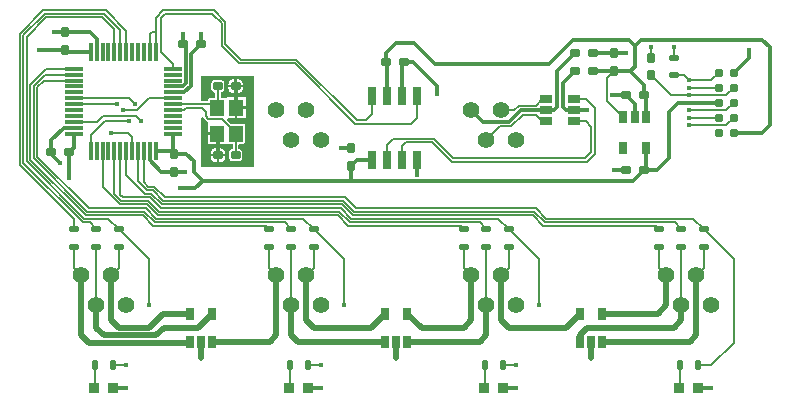
<source format=gtl>
%FSLAX46Y46*%
%MOMM*%
%ADD11C,0.150000*%
%ADD12C,0.300000*%
%ADD10C,0.500000*%
%AMPS26*
1,1,1.400000,0.000000,0.000000*
%
%ADD26PS26*%
%AMPS25*
1,1,1.400000,0.000000,0.000000*
%
%ADD25PS25*%
%AMPS13*
21,1,0.800000,0.800000,0.000000,0.000000,180.000000*
%
%ADD13PS13*%
%AMPS32*
21,1,0.600000,1.500000,0.000000,0.000000,0.000000*
%
%ADD32PS32*%
%AMPS31*
21,1,0.600000,1.500000,0.000000,0.000000,180.000000*
%
%ADD31PS31*%
%AMPS22*
21,1,0.700000,1.000000,0.000000,0.000000,0.000000*
%
%ADD22PS22*%
%AMPS28*
21,1,0.700000,1.000000,0.000000,0.000000,270.000000*
%
%ADD28PS28*%
%AMPS24*
21,1,1.400000,1.200000,0.000000,0.000000,90.000000*
%
%ADD24PS24*%
%AMPS34*
1,1,0.400000,0.000000,0.000000*
%
%ADD34PS34*%
%AMPS18*
1,1,0.360000,0.220000,-0.195000*
1,1,0.360000,-0.220000,0.195000*
1,1,0.360000,0.220000,0.195000*
21,1,0.800000,0.390000,0.000000,0.000000,0.000000*
21,1,0.440000,0.750000,0.000000,0.000000,0.000000*
1,1,0.360000,-0.220000,-0.195000*
%
%ADD18PS18*%
%AMPS21*
1,1,0.360000,0.195000,0.220000*
1,1,0.360000,-0.195000,-0.220000*
1,1,0.360000,-0.195000,0.220000*
21,1,0.800000,0.390000,0.000000,0.000000,90.000000*
21,1,0.440000,0.750000,0.000000,0.000000,90.000000*
1,1,0.360000,0.195000,-0.220000*
%
%ADD21PS21*%
%AMPS23*
1,1,0.360000,-0.220000,0.195000*
1,1,0.360000,0.220000,-0.195000*
1,1,0.360000,-0.220000,-0.195000*
21,1,0.800000,0.390000,0.000000,0.000000,180.000000*
21,1,0.440000,0.750000,0.000000,0.000000,180.000000*
1,1,0.360000,0.220000,0.195000*
%
%ADD23PS23*%
%AMPS33*
1,1,0.360000,-0.195000,-0.220000*
1,1,0.360000,0.195000,0.220000*
1,1,0.360000,0.195000,-0.220000*
21,1,0.800000,0.390000,0.000000,0.000000,270.000000*
21,1,0.440000,0.750000,0.000000,0.000000,270.000000*
1,1,0.360000,-0.195000,0.220000*
%
%ADD33PS33*%
%AMPS29*
1,1,0.100000,0.250000,-0.500000*
1,1,0.100000,-0.250000,0.500000*
1,1,0.100000,0.250000,0.500000*
21,1,0.600000,1.000000,0.000000,0.000000,0.000000*
21,1,0.500000,1.100000,0.000000,0.000000,0.000000*
1,1,0.100000,-0.250000,-0.500000*
%
%ADD29PS29*%
%AMPS30*
1,1,0.100000,-0.250000,0.500000*
1,1,0.100000,0.250000,-0.500000*
1,1,0.100000,-0.250000,-0.500000*
21,1,0.600000,1.000000,0.000000,0.000000,180.000000*
21,1,0.500000,1.100000,0.000000,0.000000,180.000000*
1,1,0.100000,0.250000,0.500000*
%
%ADD30PS30*%
%AMPS20*
1,1,0.240000,0.130000,-0.330000*
1,1,0.240000,-0.130000,0.330000*
1,1,0.240000,0.130000,0.330000*
21,1,0.500000,0.660000,0.000000,0.000000,0.000000*
21,1,0.260000,0.900000,0.000000,0.000000,0.000000*
1,1,0.240000,-0.130000,-0.330000*
%
%ADD20PS20*%
%AMPS19*
1,1,0.240000,0.330000,0.130000*
1,1,0.240000,-0.330000,-0.130000*
1,1,0.240000,-0.330000,0.130000*
21,1,0.500000,0.660000,0.000000,0.000000,90.000000*
21,1,0.260000,0.900000,0.000000,0.000000,90.000000*
1,1,0.240000,0.330000,-0.130000*
%
%ADD19PS19*%
%AMPS14*
1,1,0.100000,0.100000,-0.725000*
1,1,0.100000,-0.100000,0.725000*
1,1,0.100000,0.100000,0.725000*
21,1,0.300000,1.450000,0.000000,0.000000,0.000000*
21,1,0.200000,1.550000,0.000000,0.000000,0.000000*
1,1,0.100000,-0.100000,-0.725000*
%
%ADD14PS14*%
%AMPS17*
1,1,0.100000,0.725000,0.100000*
1,1,0.100000,-0.725000,-0.100000*
1,1,0.100000,-0.725000,0.100000*
21,1,0.300000,1.450000,0.000000,0.000000,90.000000*
21,1,0.200000,1.550000,0.000000,0.000000,90.000000*
1,1,0.100000,0.725000,-0.100000*
%
%ADD17PS17*%
%AMPS15*
1,1,0.100000,-0.100000,0.725000*
1,1,0.100000,0.100000,-0.725000*
1,1,0.100000,-0.100000,-0.725000*
21,1,0.300000,1.450000,0.000000,0.000000,180.000000*
21,1,0.200000,1.550000,0.000000,0.000000,180.000000*
1,1,0.100000,0.100000,0.725000*
%
%ADD15PS15*%
%AMPS16*
1,1,0.100000,-0.725000,-0.100000*
1,1,0.100000,0.725000,0.100000*
1,1,0.100000,0.725000,-0.100000*
21,1,0.300000,1.450000,0.000000,0.000000,270.000000*
21,1,0.200000,1.550000,0.000000,0.000000,270.000000*
1,1,0.100000,-0.725000,0.100000*
%
%ADD16PS16*%
%AMPS27*
1,1,0.787400,0.000000,0.000000*
%
%ADD27PS27*%
G01*
%LPD*%
G36*
X20220000Y20574000D02*
X20259004Y20581920D01*
X20291829Y20604425D01*
X20313277Y20637952D01*
X20320000Y20674000D01*
X20320000Y28221000D01*
X20312080Y28260004D01*
X20289575Y28292829D01*
X20256048Y28314277D01*
X20220000Y28321000D01*
X15975000Y28321000D01*
X15935996Y28313080D01*
X15903171Y28290575D01*
X15881723Y28257048D01*
X15875000Y28221000D01*
X15875000Y26242000D01*
X15882920Y26202996D01*
X15905425Y26170171D01*
X15938952Y26148723D01*
X15975000Y26142000D01*
X16379000Y26142000D01*
X16418004Y26149920D01*
X16450829Y26172425D01*
X16472277Y26205952D01*
X16479000Y26242000D01*
X16479000Y26303048D01*
X16488228Y26360685D01*
X16504018Y26393979D01*
X16528664Y26423627D01*
X16559891Y26446235D01*
X16595748Y26460390D01*
X16640277Y26466000D01*
X16954000Y26466000D01*
X16993004Y26473920D01*
X17025829Y26496425D01*
X17047277Y26529952D01*
X17054000Y26566000D01*
X17054000Y26816338D01*
X17046080Y26855342D01*
X17023575Y26888167D01*
X16978808Y26913061D01*
X16978816Y26913088D01*
X16978691Y26913126D01*
X16978308Y26913339D01*
X16976470Y26913800D01*
X16957207Y26919642D01*
X16945211Y26923935D01*
X16926625Y26931634D01*
X16915103Y26937084D01*
X16897350Y26946573D01*
X16886429Y26953119D01*
X16869691Y26964303D01*
X16859429Y26971914D01*
X16843906Y26984654D01*
X16834470Y26993205D01*
X16820205Y27007470D01*
X16811654Y27016906D01*
X16798914Y27032429D01*
X16791303Y27042691D01*
X16780119Y27059429D01*
X16773573Y27070350D01*
X16764084Y27088103D01*
X16758634Y27099625D01*
X16750935Y27118211D01*
X16746642Y27130207D01*
X16740798Y27149475D01*
X16737700Y27161843D01*
X16733779Y27181556D01*
X16731903Y27194202D01*
X16729932Y27214204D01*
X16729247Y27228142D01*
X16729000Y27238229D01*
X16729000Y27625771D01*
X16729247Y27635858D01*
X16729932Y27649796D01*
X16731903Y27669798D01*
X16733779Y27682444D01*
X16737700Y27702157D01*
X16740798Y27714525D01*
X16746642Y27733793D01*
X16750935Y27745789D01*
X16758634Y27764375D01*
X16764084Y27775897D01*
X16773573Y27793650D01*
X16780119Y27804571D01*
X16791303Y27821309D01*
X16798914Y27831571D01*
X16811654Y27847094D01*
X16820205Y27856530D01*
X16834470Y27870795D01*
X16843906Y27879346D01*
X16859429Y27892086D01*
X16869691Y27899697D01*
X16886429Y27910881D01*
X16897350Y27917427D01*
X16915103Y27926916D01*
X16926625Y27932366D01*
X16945211Y27940065D01*
X16957207Y27944358D01*
X16976475Y27950202D01*
X16988843Y27953300D01*
X17008556Y27957221D01*
X17021202Y27959097D01*
X17041204Y27961068D01*
X17055142Y27961753D01*
X17065229Y27962000D01*
X17502771Y27962000D01*
X17512858Y27961753D01*
X17526796Y27961068D01*
X17546798Y27959097D01*
X17559444Y27957221D01*
X17579157Y27953300D01*
X17591525Y27950202D01*
X17610793Y27944358D01*
X17622789Y27940065D01*
X17641375Y27932366D01*
X17652897Y27926916D01*
X17670650Y27917427D01*
X17681571Y27910881D01*
X17698309Y27899697D01*
X17708571Y27892086D01*
X17724094Y27879346D01*
X17733530Y27870795D01*
X17747795Y27856530D01*
X17756346Y27847094D01*
X17769086Y27831571D01*
X17776697Y27821309D01*
X17787881Y27804571D01*
X17794427Y27793650D01*
X17803916Y27775897D01*
X17809366Y27764375D01*
X17817065Y27745789D01*
X17821358Y27733793D01*
X17827202Y27714525D01*
X17830300Y27702157D01*
X17834221Y27682444D01*
X17836097Y27669799D01*
X17838068Y27649795D01*
X17838753Y27635856D01*
X17839000Y27625770D01*
X17839000Y27238229D01*
X17838753Y27228142D01*
X17838068Y27214204D01*
X17836097Y27194202D01*
X17834221Y27181556D01*
X17830300Y27161843D01*
X17827202Y27149475D01*
X17821358Y27130207D01*
X17817065Y27118211D01*
X17809366Y27099625D01*
X17803916Y27088103D01*
X17794427Y27070350D01*
X17787881Y27059429D01*
X17776697Y27042691D01*
X17769086Y27032429D01*
X17756346Y27016906D01*
X17747795Y27007470D01*
X17733530Y26993205D01*
X17724094Y26984654D01*
X17708571Y26971914D01*
X17698309Y26964303D01*
X17681571Y26953119D01*
X17670650Y26946573D01*
X17652897Y26937084D01*
X17641375Y26931634D01*
X17622789Y26923935D01*
X17610793Y26919642D01*
X17591530Y26913800D01*
X17589692Y26913339D01*
X17553784Y26896175D01*
X17527413Y26866366D01*
X17514000Y26816338D01*
X17514000Y26566000D01*
X17521920Y26526996D01*
X17544425Y26494171D01*
X17577952Y26472723D01*
X17614000Y26466000D01*
X17826048Y26466000D01*
X17883684Y26456772D01*
X17891146Y26453233D01*
X17929781Y26443674D01*
X17969084Y26449941D01*
X18002830Y26471042D01*
X18025673Y26503633D01*
X18027208Y26511000D01*
X18729000Y26511000D01*
X18729000Y24711000D01*
X18146690Y24711000D01*
X18107686Y24703080D01*
X18074861Y24680575D01*
X18053413Y24647048D01*
X18046741Y24607812D01*
X18055900Y24569081D01*
X18075979Y24540289D01*
X18320979Y24295289D01*
X18354159Y24273310D01*
X18391690Y24266000D01*
X19426048Y24266000D01*
X19483685Y24256772D01*
X19516979Y24240982D01*
X19546627Y24216336D01*
X19569235Y24185109D01*
X19583390Y24149252D01*
X19589000Y24104723D01*
X19589000Y22718952D01*
X19579772Y22661315D01*
X19563982Y22628021D01*
X19539336Y22598373D01*
X19508109Y22575765D01*
X19472252Y22561610D01*
X19427723Y22556000D01*
X19114000Y22556000D01*
X19074996Y22548080D01*
X19042171Y22525575D01*
X19020723Y22492048D01*
X19014000Y22456000D01*
X19014000Y22205662D01*
X19021920Y22166658D01*
X19044425Y22133833D01*
X19089192Y22108939D01*
X19089184Y22108912D01*
X19089309Y22108874D01*
X19089692Y22108661D01*
X19091530Y22108200D01*
X19110793Y22102358D01*
X19122789Y22098065D01*
X19141375Y22090366D01*
X19152897Y22084916D01*
X19170650Y22075427D01*
X19181571Y22068881D01*
X19198309Y22057697D01*
X19208571Y22050086D01*
X19224094Y22037346D01*
X19233530Y22028795D01*
X19247795Y22014530D01*
X19256346Y22005094D01*
X19269086Y21989571D01*
X19276697Y21979309D01*
X19287881Y21962571D01*
X19294427Y21951650D01*
X19303916Y21933897D01*
X19309366Y21922375D01*
X19317065Y21903789D01*
X19321358Y21891793D01*
X19327202Y21872525D01*
X19330300Y21860157D01*
X19334221Y21840444D01*
X19336097Y21827798D01*
X19338068Y21807796D01*
X19338753Y21793858D01*
X19339000Y21783771D01*
X19339000Y21396229D01*
X19338753Y21386142D01*
X19338068Y21372204D01*
X19336097Y21352202D01*
X19334221Y21339556D01*
X19330300Y21319843D01*
X19327202Y21307475D01*
X19321358Y21288207D01*
X19317065Y21276211D01*
X19309366Y21257625D01*
X19303916Y21246103D01*
X19294427Y21228350D01*
X19287881Y21217429D01*
X19276697Y21200691D01*
X19269086Y21190429D01*
X19256346Y21174906D01*
X19247795Y21165470D01*
X19233530Y21151205D01*
X19224094Y21142654D01*
X19208571Y21129914D01*
X19198309Y21122303D01*
X19181571Y21111119D01*
X19170650Y21104573D01*
X19152897Y21095084D01*
X19141375Y21089634D01*
X19122789Y21081935D01*
X19110793Y21077642D01*
X19091525Y21071798D01*
X19079157Y21068700D01*
X19059444Y21064779D01*
X19046798Y21062903D01*
X19026796Y21060932D01*
X19012858Y21060247D01*
X19002771Y21060000D01*
X18565229Y21060000D01*
X18555142Y21060247D01*
X18541204Y21060932D01*
X18521202Y21062903D01*
X18508556Y21064779D01*
X18488843Y21068700D01*
X18476475Y21071798D01*
X18457207Y21077642D01*
X18445211Y21081935D01*
X18426625Y21089634D01*
X18415103Y21095084D01*
X18397350Y21104573D01*
X18386429Y21111119D01*
X18369691Y21122303D01*
X18359429Y21129914D01*
X18343906Y21142654D01*
X18334470Y21151205D01*
X18320205Y21165470D01*
X18311654Y21174906D01*
X18298914Y21190429D01*
X18291303Y21200691D01*
X18280119Y21217429D01*
X18273573Y21228350D01*
X18264084Y21246103D01*
X18258634Y21257625D01*
X18250935Y21276211D01*
X18246642Y21288207D01*
X18240798Y21307475D01*
X18237700Y21319843D01*
X18233779Y21339556D01*
X18231903Y21352202D01*
X18229932Y21372204D01*
X18229247Y21386142D01*
X18229000Y21396229D01*
X18229000Y21783771D01*
X18229247Y21793858D01*
X18229932Y21807796D01*
X18231903Y21827798D01*
X18233779Y21840444D01*
X18237700Y21860157D01*
X18240798Y21872525D01*
X18246642Y21891793D01*
X18250935Y21903789D01*
X18258634Y21922375D01*
X18264084Y21933897D01*
X18273573Y21951650D01*
X18280119Y21962571D01*
X18291303Y21979309D01*
X18298914Y21989571D01*
X18311654Y22005094D01*
X18320205Y22014530D01*
X18334470Y22028795D01*
X18343906Y22037346D01*
X18359429Y22050086D01*
X18369691Y22057697D01*
X18386429Y22068881D01*
X18397350Y22075427D01*
X18415103Y22084916D01*
X18426625Y22090366D01*
X18445211Y22098065D01*
X18457207Y22102358D01*
X18476470Y22108200D01*
X18478308Y22108661D01*
X18514216Y22125825D01*
X18540587Y22155634D01*
X18554000Y22205662D01*
X18554000Y22456000D01*
X18546080Y22495004D01*
X18523575Y22527829D01*
X18490048Y22549277D01*
X18454000Y22556000D01*
X18241952Y22556000D01*
X18184316Y22565228D01*
X18176854Y22568767D01*
X18138219Y22578326D01*
X18098916Y22572059D01*
X18065170Y22550958D01*
X18042327Y22518367D01*
X18040792Y22511000D01*
X17339000Y22511000D01*
X17339000Y23416000D01*
X17331080Y23455004D01*
X17308575Y23487829D01*
X17275048Y23509277D01*
X17239000Y23516000D01*
X16434000Y23516000D01*
X16434000Y24379844D01*
X16426080Y24418848D01*
X16403575Y24451673D01*
X16372266Y24472233D01*
X16347896Y24482326D01*
X16343607Y24484619D01*
X16310206Y24506934D01*
X16306468Y24510002D01*
X16292285Y24524205D01*
X16287056Y24527674D01*
X16098053Y24716677D01*
X16094206Y24722284D01*
X16080003Y24736467D01*
X16076930Y24740212D01*
X16058149Y24768322D01*
X16029896Y24796354D01*
X15992947Y24811145D01*
X15953156Y24810354D01*
X15916824Y24794105D01*
X15889708Y24764973D01*
X15875000Y24712769D01*
X15875000Y20674000D01*
X15882920Y20634996D01*
X15905425Y20602171D01*
X15938952Y20580723D01*
X15975000Y20574000D01*
X20220000Y20574000D01*
D02*
G37*
%LPC*%
G36*
X19384000Y27537000D02*
X18889000Y27537000D01*
X18889000Y28007000D01*
X19008921Y28007000D01*
X19041272Y28005410D01*
X19078173Y27999936D01*
X19114378Y27990868D01*
X19149515Y27978295D01*
X19183246Y27962340D01*
X19215256Y27943155D01*
X19245216Y27920934D01*
X19272871Y27895871D01*
X19297934Y27868216D01*
X19320155Y27838256D01*
X19339340Y27806246D01*
X19355295Y27772515D01*
X19367868Y27737378D01*
X19376933Y27701183D01*
X19382411Y27664261D01*
X19384000Y27631919D01*
X19384000Y27537000D01*
D02*
G37*
%LPC*%
G36*
X18679000Y27537000D02*
X18184000Y27537000D01*
X18184000Y27631921D01*
X18185590Y27664272D01*
X18191064Y27701173D01*
X18200132Y27737378D01*
X18212705Y27772515D01*
X18228660Y27806246D01*
X18247845Y27838256D01*
X18270066Y27868216D01*
X18295129Y27895871D01*
X18322784Y27920934D01*
X18352744Y27943155D01*
X18384754Y27962340D01*
X18418485Y27978295D01*
X18453622Y27990868D01*
X18489827Y27999936D01*
X18526728Y28005410D01*
X18559079Y28007000D01*
X18679000Y28007000D01*
X18679000Y27537000D01*
D02*
G37*
%LPC*%
G36*
X19008921Y26857000D02*
X18889000Y26857000D01*
X18889000Y27327000D01*
X19384000Y27327000D01*
X19384000Y27232079D01*
X19382410Y27199728D01*
X19376936Y27162827D01*
X19367868Y27126622D01*
X19355295Y27091485D01*
X19339340Y27057754D01*
X19320155Y27025744D01*
X19297934Y26995784D01*
X19272871Y26968129D01*
X19245216Y26943066D01*
X19215256Y26920845D01*
X19183246Y26901660D01*
X19149515Y26885705D01*
X19114378Y26873132D01*
X19078173Y26864064D01*
X19041272Y26858590D01*
X19008921Y26857000D01*
D02*
G37*
%LPC*%
G36*
X18679000Y26857000D02*
X18559079Y26857000D01*
X18526728Y26858590D01*
X18489827Y26864064D01*
X18453622Y26873132D01*
X18418485Y26885705D01*
X18384754Y26901660D01*
X18352744Y26920845D01*
X18322784Y26943066D01*
X18295129Y26968129D01*
X18270066Y26995784D01*
X18247845Y27025744D01*
X18228660Y27057754D01*
X18212705Y27091485D01*
X18200132Y27126622D01*
X18191064Y27162827D01*
X18185590Y27199728D01*
X18184000Y27232079D01*
X18184000Y27327000D01*
X18679000Y27327000D01*
X18679000Y26857000D01*
D02*
G37*
%LPC*%
G36*
X19634000Y25716000D02*
X18939000Y25716000D01*
X18939000Y26511000D01*
X19634000Y26511000D01*
X19634000Y25716000D01*
D02*
G37*
%LPC*%
G36*
X19634000Y24711000D02*
X18939000Y24711000D01*
X18939000Y25506000D01*
X19634000Y25506000D01*
X19634000Y24711000D01*
D02*
G37*
%LPC*%
G36*
X17129000Y22511000D02*
X16434000Y22511000D01*
X16434000Y23306000D01*
X17129000Y23306000D01*
X17129000Y22511000D01*
D02*
G37*
%LPC*%
G36*
X17884000Y21695000D02*
X17389000Y21695000D01*
X17389000Y22165000D01*
X17508921Y22165000D01*
X17541272Y22163410D01*
X17578173Y22157936D01*
X17614378Y22148868D01*
X17649515Y22136295D01*
X17683246Y22120340D01*
X17715256Y22101155D01*
X17745216Y22078934D01*
X17772871Y22053871D01*
X17797934Y22026216D01*
X17820155Y21996256D01*
X17839340Y21964246D01*
X17855295Y21930515D01*
X17867868Y21895378D01*
X17876936Y21859173D01*
X17882410Y21822272D01*
X17884000Y21789921D01*
X17884000Y21695000D01*
D02*
G37*
%LPC*%
G36*
X17179000Y21695000D02*
X16684000Y21695000D01*
X16684000Y21789921D01*
X16685590Y21822272D01*
X16691064Y21859173D01*
X16700132Y21895378D01*
X16712705Y21930515D01*
X16728660Y21964246D01*
X16747845Y21996256D01*
X16770066Y22026216D01*
X16795129Y22053871D01*
X16822784Y22078934D01*
X16852744Y22101155D01*
X16884754Y22120340D01*
X16918485Y22136295D01*
X16953622Y22148868D01*
X16989827Y22157936D01*
X17026728Y22163410D01*
X17059079Y22165000D01*
X17179000Y22165000D01*
X17179000Y21695000D01*
D02*
G37*
%LPC*%
G36*
X17508921Y21015000D02*
X17389000Y21015000D01*
X17389000Y21485000D01*
X17884000Y21485000D01*
X17884000Y21390079D01*
X17882410Y21357728D01*
X17876936Y21320827D01*
X17867868Y21284622D01*
X17855295Y21249485D01*
X17839340Y21215754D01*
X17820155Y21183744D01*
X17797934Y21153784D01*
X17772871Y21126129D01*
X17745216Y21101066D01*
X17715256Y21078845D01*
X17683246Y21059660D01*
X17649515Y21043705D01*
X17614378Y21031132D01*
X17578173Y21022064D01*
X17541272Y21016590D01*
X17508921Y21015000D01*
D02*
G37*
%LPC*%
G36*
X17179000Y21015000D02*
X17059079Y21015000D01*
X17026728Y21016590D01*
X16989827Y21022064D01*
X16953622Y21031132D01*
X16918485Y21043705D01*
X16884754Y21059660D01*
X16852744Y21078845D01*
X16822784Y21101066D01*
X16795129Y21126129D01*
X16770066Y21153784D01*
X16747845Y21183744D01*
X16728660Y21215754D01*
X16712705Y21249485D01*
X16700132Y21284622D01*
X16691064Y21320827D01*
X16685590Y21357728D01*
X16684000Y21390079D01*
X16684000Y21485000D01*
X17179000Y21485000D01*
X17179000Y21015000D01*
D02*
G37*
G01*
%LPD*%
D10*
X40005000Y6350000D02*
X39440000Y5785000D01*
D11*
X11430000Y12815000D02*
X8890000Y15355000D01*
D11*
X12780253Y33564975D02*
X12446000Y33230722D01*
D11*
X12021000Y33230000D02*
X12021000Y32004000D01*
D11*
X51628000Y24795000D02*
X50247999Y26175001D01*
D11*
X5839267Y15921011D02*
X6418990Y15921010D01*
D10*
X41275000Y11430000D02*
X41275000Y7620000D01*
D11*
X60325000Y26670000D02*
X57150000Y26670000D01*
D12*
X32893000Y26576000D02*
X32893000Y29349000D01*
D12*
X15994001Y19438999D02*
X28575000Y19438999D01*
D12*
X13471000Y27412000D02*
X14290990Y27412000D01*
D11*
X24533980Y16221020D02*
X25400000Y15355000D01*
D11*
X7747000Y24511000D02*
X6521000Y23285000D01*
D11*
X808011Y20952267D02*
X5839267Y15921011D01*
D11*
X59055000Y27940000D02*
X57150000Y27940000D01*
D11*
X11391446Y18921110D02*
X11021000Y19291556D01*
D11*
X41043980Y16221020D02*
X41910000Y15355000D01*
D11*
X9021000Y30362000D02*
X9021000Y32210722D01*
D11*
X28042310Y18021080D02*
X12805144Y18021080D01*
D10*
X14824980Y5684980D02*
X14925000Y5785000D01*
D11*
X1108022Y21076534D02*
X1108022Y31628466D01*
D11*
X11780846Y18621101D02*
X11267177Y18621101D01*
D12*
X4251010Y23912000D02*
X3187000Y22847990D01*
D11*
X47428000Y26350000D02*
X48453000Y26350000D01*
D11*
X44831000Y15621000D02*
X54344000Y15621000D01*
D11*
X21590000Y12065000D02*
X22225000Y11430000D01*
D11*
X45028000Y26350000D02*
X44765000Y26350000D01*
D11*
X5080000Y13855000D02*
X5080000Y12065000D01*
D12*
X13589000Y21705000D02*
X14617000Y21705000D01*
D11*
X16256000Y24883998D02*
X16453999Y24685999D01*
D10*
X31435000Y5785000D02*
X24060000Y5785000D01*
D11*
X2598556Y27912000D02*
X2008055Y27321499D01*
D12*
X28575000Y20713000D02*
X28575000Y19438999D01*
D10*
X16825000Y5785000D02*
X21660000Y5785000D01*
D11*
X27940000Y8890000D02*
X27940000Y12815000D01*
D12*
X51828000Y20320000D02*
X50800000Y20320000D01*
D12*
X38735000Y25400000D02*
X39735010Y24399990D01*
D12*
X53528000Y26470000D02*
X53328000Y26670000D01*
D11*
X11656578Y18321090D02*
X11142910Y18321090D01*
D12*
X46736000Y25400000D02*
X47428000Y25400000D01*
D11*
X9521000Y32135000D02*
X7791015Y33864985D01*
D11*
X6870000Y3810000D02*
X6870000Y1955000D01*
D11*
X48448000Y24450000D02*
X48895000Y24003000D01*
D12*
X4687000Y19697000D02*
X4699000Y19685000D01*
D10*
X49845000Y8185000D02*
X54540000Y8185000D01*
D12*
X14097000Y18796000D02*
X15351002Y18796000D01*
D11*
X25400000Y12065000D02*
X24765000Y11430000D01*
D12*
X18784000Y27432000D02*
X18784000Y25661000D01*
D11*
X2750000Y28912000D02*
X1408033Y27570033D01*
D12*
X13471000Y26912000D02*
X14427400Y26912000D01*
D11*
X508000Y20770798D02*
X5080000Y16198798D01*
D12*
X32385000Y31115000D02*
X33909000Y31115000D01*
D12*
X5071000Y23412000D02*
X5071000Y22228000D01*
D11*
X59690000Y28575000D02*
X59055000Y27940000D01*
D10*
X48524998Y6985000D02*
X55880000Y6985000D01*
D11*
X11905114Y18921110D02*
X11391446Y18921110D01*
D12*
X41925990Y24399990D02*
X42926000Y25400000D01*
D12*
X50800000Y30214000D02*
X51804000Y30214000D01*
D12*
X15240000Y21082000D02*
X15240000Y20193000D01*
D11*
X9521000Y19943000D02*
X9521000Y21962000D01*
D12*
X45720000Y25400000D02*
X45028000Y25400000D01*
D10*
X15625000Y6985000D02*
X16825000Y8185000D01*
D11*
X10408002Y25400000D02*
X11420002Y26412000D01*
D11*
X23919010Y29674990D02*
X19220010Y29674990D01*
D12*
X53086000Y31369000D02*
X52578000Y30861000D01*
D11*
X28693804Y16521030D02*
X43930970Y16521030D01*
D11*
X12805144Y18021080D02*
X11905114Y18921110D01*
D11*
X2620252Y33564974D02*
X808011Y31752733D01*
D12*
X52209000Y28714000D02*
X50800000Y28714000D01*
D12*
X4318000Y30492000D02*
X2171000Y30492000D01*
D12*
X11521000Y21142010D02*
X12458010Y20205000D01*
D11*
X60960000Y26035000D02*
X60325000Y25400000D01*
D10*
X48895000Y5785000D02*
X48895000Y4445000D01*
D11*
X5071000Y27912000D02*
X2598556Y27912000D01*
D12*
X17284000Y21590000D02*
X17284000Y23361000D01*
D11*
X10910970Y16521030D02*
X11811000Y15621000D01*
D11*
X48387000Y21336000D02*
X37211000Y21336000D01*
D11*
X16810747Y33564975D02*
X12780253Y33564975D01*
D11*
X42770665Y25775009D02*
X42395656Y25400000D01*
D11*
X16453999Y24685999D02*
X17605001Y24685999D01*
D10*
X56515000Y7620000D02*
X56515000Y8890000D01*
D10*
X15875000Y5785000D02*
X15875000Y4445000D01*
D12*
X4318000Y31992000D02*
X3441000Y31992000D01*
D11*
X54610000Y13855000D02*
X54610000Y12065000D01*
D12*
X14427400Y26912000D02*
X14996020Y27480620D01*
D11*
X28445268Y15921011D02*
X39438990Y15921010D01*
D12*
X35687000Y29337000D02*
X45339000Y29337000D01*
D11*
X6418990Y15921010D02*
X6985000Y15355000D01*
D12*
X60960000Y28575000D02*
X62230000Y29845000D01*
D11*
X37211000Y21336000D02*
X35560000Y22987000D01*
D11*
X44055238Y16821041D02*
X44955268Y15921011D01*
D11*
X18784000Y23361000D02*
X18834000Y23411000D01*
D11*
X9021000Y18243556D02*
X9021000Y21962000D01*
D10*
X23495000Y6350000D02*
X23495000Y8890000D01*
D11*
X41910000Y13855000D02*
X41910000Y12065000D01*
D11*
X28321000Y15621000D02*
X37834000Y15621000D01*
D10*
X30235000Y6985000D02*
X31435000Y8185000D01*
D11*
X7521000Y21962000D02*
X7521000Y18895000D01*
D12*
X15863000Y31865000D02*
X15875000Y31877000D01*
D11*
X8890000Y12065000D02*
X8255000Y11430000D01*
D11*
X6087804Y16521030D02*
X10910970Y16521030D01*
D11*
X12183804Y16521030D02*
X27420970Y16521030D01*
D11*
X1108022Y31628466D02*
X2744519Y33264963D01*
D11*
X17907000Y32893000D02*
X16935015Y33864985D01*
D11*
X5071000Y28912000D02*
X2750000Y28912000D01*
D11*
X37086731Y21035991D02*
X35435732Y22686990D01*
D12*
X51828000Y26670000D02*
X52578000Y25920000D01*
D11*
X28942340Y17121050D02*
X28042310Y18021080D01*
D11*
X2008055Y21449335D02*
X6336338Y17121052D01*
D12*
X49010000Y28702000D02*
X50788000Y28702000D01*
D12*
X28575000Y19438999D02*
X52446999Y19438999D01*
D11*
X16933000Y25912000D02*
X17234000Y25611000D01*
D10*
X41910000Y6985000D02*
X46745000Y6985000D01*
D12*
X14290990Y27412000D02*
X14546010Y27667020D01*
D11*
X55880000Y28345000D02*
X56745000Y28345000D01*
D11*
X808011Y31752733D02*
X808011Y20952267D01*
D10*
X6985000Y6985000D02*
X7635010Y6334990D01*
D11*
X24880000Y3810000D02*
X26035000Y3810000D01*
D11*
X8759000Y25912000D02*
X8763000Y25908000D01*
D12*
X3187000Y22847990D02*
X3187000Y21844000D01*
D12*
X52578000Y25920000D02*
X52578000Y24795000D01*
D11*
X53975000Y28345000D02*
X55650000Y26670000D01*
D12*
X29038000Y21176000D02*
X28575000Y20713000D01*
D12*
X45339000Y29337000D02*
X47371000Y31369000D01*
D12*
X39735010Y24399990D02*
X41925990Y24399990D01*
D12*
X52209000Y28690000D02*
X53328000Y27571000D01*
D11*
X58420000Y12065000D02*
X57785000Y11430000D01*
D11*
X27669506Y17121052D02*
X28569537Y16221020D01*
D11*
X38100000Y12065000D02*
X38735000Y11430000D01*
D11*
X47428000Y24450000D02*
X48448000Y24450000D01*
D11*
X40005000Y13855000D02*
X40005000Y8890000D01*
D11*
X12432340Y17121052D02*
X27669506Y17121052D01*
D11*
X18834000Y23457000D02*
X18834000Y23411000D01*
D11*
X11780846Y18621101D02*
X12680876Y17721071D01*
D12*
X33008000Y29464000D02*
X33782000Y29464000D01*
D11*
X39890000Y1955000D02*
X39840000Y1905000D01*
D11*
X15917010Y25611990D02*
X16256000Y25273000D01*
D11*
X59690000Y24765000D02*
X57404000Y24765000D01*
D11*
X12446000Y30353000D02*
X13471000Y29328000D01*
D11*
X9021000Y32210722D02*
X7666748Y33564974D01*
D10*
X8890000Y6985000D02*
X11430000Y6985000D01*
D11*
X54610000Y12065000D02*
X55245000Y11430000D01*
D11*
X45079536Y16221020D02*
X44179506Y17121050D01*
D12*
X15351002Y18796000D02*
X15994001Y19438999D01*
D10*
X57785000Y6350000D02*
X57785000Y11430000D01*
D11*
X2744519Y33264963D02*
X7502037Y33264963D01*
D11*
X57553980Y16221020D02*
X45079536Y16221020D01*
D12*
X35814000Y27432000D02*
X35814000Y26797000D01*
D12*
X51828000Y26670000D02*
X50673000Y26670000D01*
D11*
X34163000Y24765000D02*
X34163000Y26576000D01*
D12*
X13589000Y20205000D02*
X14466000Y20205000D01*
D11*
X17605001Y24685999D02*
X18834000Y23457000D01*
D11*
X6212071Y16821041D02*
X11035238Y16821041D01*
D12*
X33782000Y29464000D02*
X35814000Y27432000D01*
D12*
X50788000Y28702000D02*
X50800000Y28714000D01*
D12*
X13332000Y21962000D02*
X13589000Y21705000D01*
D11*
X60325000Y24130000D02*
X57150000Y24130000D01*
D11*
X9271000Y25400000D02*
X10408002Y25400000D01*
D11*
X5071000Y25912000D02*
X8759000Y25912000D01*
D11*
X31623000Y22479000D02*
X31623000Y21176000D01*
D10*
X38100000Y6985000D02*
X34535000Y6985000D01*
D11*
X55880000Y29845000D02*
X55880000Y30734000D01*
D11*
X9521000Y30362000D02*
X9521000Y32135000D01*
D11*
X8023980Y16221020D02*
X8890000Y15355000D01*
D11*
X12308072Y16821041D02*
X27545238Y16821041D01*
D11*
X44765000Y26350000D02*
X44190010Y25775010D01*
D11*
X56400000Y3810000D02*
X56400000Y1955000D01*
D11*
X17284000Y25661000D02*
X17234000Y25611000D01*
D12*
X64008000Y30734000D02*
X63373000Y31369000D01*
D11*
X8370000Y3810000D02*
X9525000Y3810000D01*
D11*
X11532310Y18021082D02*
X9243474Y18021082D01*
D11*
X508000Y31877000D02*
X508000Y20770798D01*
D11*
X9783000Y26412000D02*
X10287000Y25908000D01*
D11*
X56400000Y1955000D02*
X56350000Y1905000D01*
D12*
X6521000Y30362000D02*
X4448000Y30362000D01*
D10*
X39440000Y5785000D02*
X33335000Y5785000D01*
D11*
X12556608Y17421060D02*
X27793774Y17421060D01*
D12*
X4687000Y21844000D02*
X4687000Y19697000D01*
D11*
X58420000Y15355000D02*
X60960000Y12815000D01*
D12*
X17284000Y23361000D02*
X17234000Y23411000D01*
D11*
X56515000Y13855000D02*
X56515000Y8890000D01*
D11*
X1708044Y27445766D02*
X1708044Y21325068D01*
D12*
X63373000Y31369000D02*
X53086000Y31369000D01*
D11*
X48453000Y26350000D02*
X49195010Y25607990D01*
D10*
X8255000Y11430000D02*
X8255000Y7620000D01*
D11*
X19220010Y29674990D02*
X17907000Y30988000D01*
D12*
X33909000Y31115000D02*
X35687000Y29337000D01*
D10*
X6380020Y5684980D02*
X14824980Y5684980D01*
D11*
X11935268Y15921011D02*
X22928990Y15921010D01*
D10*
X5715000Y11430000D02*
X5715000Y6350000D01*
D11*
X60325000Y25400000D02*
X57150000Y25400000D01*
D11*
X53975000Y29845000D02*
X53975000Y30734000D01*
D11*
X7521000Y18895000D02*
X8994940Y17421060D01*
D11*
X60960000Y5715000D02*
X59055000Y3810000D01*
D12*
X52070000Y31369000D02*
X52578000Y30861000D01*
D11*
X23380000Y1955000D02*
X23330000Y1905000D01*
D11*
X56745000Y28345000D02*
X57150000Y27940000D01*
D12*
X41440000Y1905000D02*
X42545000Y1905000D01*
D10*
X32385000Y5785000D02*
X32385000Y4445000D01*
D11*
X38100000Y13855000D02*
X38100000Y12065000D01*
D11*
X38100000Y15355000D02*
X37834000Y15621000D01*
D11*
X25400000Y13855000D02*
X25400000Y12065000D01*
D11*
X6870000Y1955000D02*
X6820000Y1905000D01*
D12*
X14996020Y30121020D02*
X15863000Y30988000D01*
D12*
X32893000Y29349000D02*
X33008000Y29464000D01*
D12*
X11521000Y21962000D02*
X11521000Y21142010D01*
D11*
X9119207Y17721071D02*
X8521000Y18319278D01*
D12*
X31508000Y29464000D02*
X31508000Y30238000D01*
D10*
X5715000Y6350000D02*
X6380020Y5684980D01*
D11*
X48511268Y21035990D02*
X37086731Y21035991D01*
D10*
X34535000Y6985000D02*
X33335000Y8185000D01*
D11*
X11420002Y26412000D02*
X13471000Y26412000D01*
D11*
X49195009Y21719731D02*
X48511268Y21035990D01*
D11*
X30353000Y25065010D02*
X29845000Y24557010D01*
D11*
X7013000Y24412000D02*
X5071000Y24412000D01*
D11*
X27940000Y12815000D02*
X25400000Y15355000D01*
D12*
X8420000Y1905000D02*
X9525000Y1905000D01*
D12*
X46482000Y27674000D02*
X46482000Y25654000D01*
D11*
X8994940Y17421060D02*
X11283774Y17421060D01*
D10*
X55245000Y8890000D02*
X55245000Y11430000D01*
D10*
X57220000Y5785000D02*
X57785000Y6350000D01*
D12*
X53528000Y22195000D02*
X53528000Y20520000D01*
D11*
X11521000Y31841000D02*
X11684000Y32004000D01*
D10*
X24765000Y11430000D02*
X24765000Y7620000D01*
D11*
X16256000Y25273000D02*
X16256000Y24883998D01*
D11*
X8521000Y18319278D02*
X8521000Y21962000D01*
D12*
X47510000Y28702000D02*
X46482000Y27674000D01*
D10*
X11430000Y6985000D02*
X12630000Y8185000D01*
D12*
X12021000Y21962000D02*
X13332000Y21962000D01*
D12*
X15863000Y30988000D02*
X15863000Y31865000D01*
D12*
X13471000Y21823000D02*
X13589000Y21705000D01*
D11*
X13471000Y25912000D02*
X16933000Y25912000D01*
D11*
X59055000Y3810000D02*
X57900000Y3810000D01*
D11*
X6521000Y23285000D02*
X6521000Y21962000D01*
D11*
X29845000Y24557010D02*
X29036990Y24557010D01*
D11*
X8890000Y13855000D02*
X8890000Y12065000D01*
D10*
X12630000Y8185000D02*
X14925000Y8185000D01*
D11*
X14605000Y25611990D02*
X15917010Y25611990D01*
D11*
X44955268Y15921011D02*
X55948990Y15921010D01*
D10*
X6985000Y8890000D02*
X6985000Y6985000D01*
D11*
X7666748Y33564974D02*
X2620252Y33564974D01*
D11*
X43930970Y16521030D02*
X44831000Y15621000D01*
D12*
X48514000Y25400000D02*
X47428000Y25400000D01*
D11*
X39438990Y15921010D02*
X40005000Y15355000D01*
D10*
X46745000Y6985000D02*
X47945000Y8185000D01*
D12*
X53528000Y24795000D02*
X53528000Y26470000D01*
D11*
X44450000Y8890000D02*
X44450000Y12815000D01*
D10*
X38735000Y7620000D02*
X38100000Y6985000D01*
D12*
X52209000Y28714000D02*
X52209000Y28690000D01*
D11*
X33227990Y22686990D02*
X32893000Y22352000D01*
D10*
X24060000Y5785000D02*
X23495000Y6350000D01*
D11*
X12655985Y33864985D02*
X12021000Y33230000D01*
D12*
X50788000Y30226000D02*
X50800000Y30214000D01*
D11*
X43081334Y25024990D02*
X42081323Y24024979D01*
D12*
X53528000Y20520000D02*
X53328000Y20320000D01*
D11*
X28912722Y24257000D02*
X33655000Y24257000D01*
D11*
X45028000Y24450000D02*
X44765000Y24450000D01*
D12*
X15240000Y20193000D02*
X15994001Y19438999D01*
D11*
X28818072Y16821041D02*
X44055238Y16821041D01*
D10*
X12700000Y6985000D02*
X15625000Y6985000D01*
D11*
X8255000Y23495000D02*
X9652000Y23495000D01*
D11*
X57404000Y24765000D02*
X57150000Y24765000D01*
D11*
X40005000Y22860000D02*
X41169979Y24024979D01*
D11*
X60960000Y27305000D02*
X60325000Y26670000D01*
D11*
X6870000Y1855000D02*
X6820000Y1905000D01*
D11*
X21324000Y15621000D02*
X21590000Y15355000D01*
D11*
X11408042Y17721071D02*
X9119207Y17721071D01*
D12*
X14996020Y27480620D02*
X14996020Y30121020D01*
D11*
X2008055Y27321499D02*
X2008055Y21449335D01*
D11*
X49195010Y25607990D02*
X49195009Y21719731D01*
D11*
X11159506Y17121052D02*
X12059537Y16221020D01*
D11*
X5071000Y28412000D02*
X2674278Y28412000D01*
D12*
X5071000Y22228000D02*
X4687000Y21844000D01*
D11*
X44765000Y24450000D02*
X44190010Y25024990D01*
D12*
X60960000Y23495000D02*
X63373000Y23495000D01*
D11*
X21590000Y13855000D02*
X21590000Y12065000D01*
D12*
X46031990Y28747990D02*
X46031990Y25711990D01*
D10*
X40005000Y8890000D02*
X40005000Y6350000D01*
D11*
X29036990Y24557010D02*
X23919010Y29674990D01*
D11*
X30353000Y26576000D02*
X30353000Y25065010D01*
D12*
X55499000Y25273000D02*
X56261000Y26035000D01*
D11*
X44190010Y25024990D02*
X43081334Y25024990D01*
D11*
X27918042Y17721071D02*
X28818072Y16821041D01*
D11*
X44179506Y17121050D02*
X28942340Y17121050D01*
D12*
X31508000Y30238000D02*
X32385000Y31115000D01*
D11*
X5963536Y16221020D02*
X8023980Y16221020D01*
D11*
X18784000Y21590000D02*
X18784000Y23361000D01*
D11*
X33655000Y24257000D02*
X34163000Y24765000D01*
D11*
X10795000Y24511000D02*
X10369999Y24936001D01*
D11*
X19095742Y29374980D02*
X17606990Y30863732D01*
D12*
X64008000Y24130000D02*
X64008000Y30734000D01*
D10*
X22225000Y6350000D02*
X22225000Y11430000D01*
D11*
X6336338Y17121052D02*
X11159506Y17121052D01*
D11*
X23495000Y13855000D02*
X23495000Y8890000D01*
D11*
X35435732Y22686990D02*
X33227990Y22686990D01*
D10*
X47945000Y6405002D02*
X48524998Y6985000D01*
D11*
X11430000Y8890000D02*
X11430000Y12815000D01*
D10*
X24765000Y7620000D02*
X25400000Y6985000D01*
D11*
X10521000Y19367278D02*
X10521000Y21962000D01*
D11*
X5080000Y16198798D02*
X5080000Y15355000D01*
D11*
X42395656Y25400000D02*
X41275000Y25400000D01*
D12*
X3441000Y31992000D02*
X3429000Y32004000D01*
D11*
X11021000Y19291556D02*
X11021000Y21962000D01*
D11*
X14405010Y25412000D02*
X14605000Y25611990D01*
D12*
X31623000Y26576000D02*
X31623000Y29349000D01*
D12*
X51804000Y30214000D02*
X51816000Y30226000D01*
D11*
X10021000Y23126000D02*
X10021000Y21962000D01*
D12*
X6489000Y31992000D02*
X4318000Y31992000D01*
D11*
X13471000Y29328000D02*
X13471000Y28912000D01*
D11*
X13471000Y25412000D02*
X14405010Y25412000D01*
D11*
X11684000Y32004000D02*
X12021000Y32004000D01*
D12*
X5071000Y23912000D02*
X4251010Y23912000D01*
D12*
X14617000Y21705000D02*
X15240000Y21082000D01*
D11*
X5963536Y16221020D02*
X1108022Y21076534D01*
D11*
X54344000Y15621000D02*
X54610000Y15355000D01*
D11*
X22928990Y15921010D02*
X23495000Y15355000D01*
D10*
X49845000Y5785000D02*
X57220000Y5785000D01*
D11*
X11521000Y30362000D02*
X11521000Y31841000D01*
D11*
X17606990Y32768732D02*
X16810747Y33564975D01*
D10*
X21660000Y5785000D02*
X22225000Y6350000D01*
D11*
X59690000Y27305000D02*
X57150000Y27305000D01*
D11*
X12021000Y32004000D02*
X12021000Y30362000D01*
D11*
X27420970Y16521030D02*
X28321000Y15621000D01*
D12*
X52578000Y30861000D02*
X52578000Y29083000D01*
D12*
X63373000Y23495000D02*
X64008000Y24130000D01*
D11*
X12446000Y33230722D02*
X12446000Y30353000D01*
D12*
X34163000Y21176000D02*
X34163000Y19939000D01*
D11*
X6870000Y1855000D02*
X6820000Y1905000D01*
D10*
X7635010Y6334990D02*
X12049990Y6334990D01*
D12*
X56261000Y26035000D02*
X59690000Y26035000D01*
D12*
X14546010Y27667020D02*
X14546010Y30804990D01*
D12*
X55499000Y21336000D02*
X55499000Y25273000D01*
D10*
X8255000Y7620000D02*
X8890000Y6985000D01*
D11*
X17907000Y30988000D02*
X17907000Y32893000D01*
D11*
X17606990Y30863732D02*
X17606990Y32768732D01*
D11*
X10369999Y24936001D02*
X7537001Y24936001D01*
D11*
X7791015Y33864985D02*
X2495985Y33864985D01*
D12*
X30353000Y21176000D02*
X29038000Y21176000D01*
D11*
X41390000Y3810000D02*
X42545000Y3810000D01*
D12*
X4448000Y30362000D02*
X4318000Y30492000D01*
D11*
X42081323Y24024979D02*
X41169979Y24024979D01*
D12*
X24930000Y1905000D02*
X26035000Y1905000D01*
D11*
X35560000Y22987000D02*
X32131000Y22987000D01*
D11*
X48895000Y21844000D02*
X48387000Y21336000D01*
D10*
X54540000Y8185000D02*
X55245000Y8890000D01*
D11*
X11656578Y18321090D02*
X12556608Y17421060D01*
D11*
X1408033Y27570033D02*
X1408033Y21200801D01*
D11*
X32893000Y22352000D02*
X32893000Y21176000D01*
D12*
X54483000Y20320000D02*
X55499000Y21336000D01*
D12*
X31623000Y29349000D02*
X31508000Y29464000D01*
D11*
X11532310Y18021082D02*
X12432340Y17121052D01*
D12*
X3187000Y21844000D02*
X3187000Y21705000D01*
D12*
X42926000Y25400000D02*
X45028000Y25400000D01*
D10*
X55880000Y6985000D02*
X56515000Y7620000D01*
D11*
X2674278Y28412000D02*
X1708044Y27445766D01*
D11*
X11408042Y17721071D02*
X12308072Y16821041D01*
D11*
X9779000Y24511000D02*
X7747000Y24511000D01*
D11*
X27545238Y16821041D02*
X28445268Y15921011D01*
D12*
X52446999Y19438999D02*
X53328000Y20320000D01*
D12*
X7021000Y31460000D02*
X6489000Y31992000D01*
D11*
X5071000Y26412000D02*
X9783000Y26412000D01*
D11*
X11035238Y16821041D02*
X11935268Y15921011D01*
D11*
X11142910Y18321090D02*
X9521000Y19943000D01*
D12*
X53328000Y27571000D02*
X53328000Y26670000D01*
D11*
X23794742Y29374980D02*
X28912722Y24257000D01*
D10*
X38735000Y11430000D02*
X38735000Y7620000D01*
D11*
X60960000Y12815000D02*
X60960000Y5715000D01*
D12*
X18784000Y25661000D02*
X18834000Y25611000D01*
D11*
X11283774Y17421060D02*
X12183804Y16521030D01*
D11*
X5080000Y12065000D02*
X5715000Y11430000D01*
D11*
X7502037Y33264963D02*
X8521000Y32246000D01*
D11*
X50247999Y26175001D02*
X50247999Y28161999D01*
D12*
X46482000Y25654000D02*
X46736000Y25400000D01*
D11*
X8521000Y32246000D02*
X8521000Y30362000D01*
D11*
X44190010Y25775010D02*
X42770665Y25775009D01*
D11*
X11267177Y18621101D02*
X10521000Y19367278D01*
D12*
X47371000Y31369000D02*
X52070000Y31369000D01*
D11*
X16935015Y33864985D02*
X12655985Y33864985D01*
D11*
X55650000Y26670000D02*
X57150000Y26670000D01*
D11*
X6985000Y13855000D02*
X6985000Y8890000D01*
D11*
X28569537Y16221020D02*
X41043980Y16221020D01*
D12*
X49010000Y30226000D02*
X50788000Y30226000D01*
D12*
X28575000Y22213000D02*
X27698000Y22213000D01*
D10*
X12049990Y6334990D02*
X12700000Y6985000D01*
D11*
X9243474Y18021082D02*
X9021000Y18243556D01*
D11*
X50247999Y28161999D02*
X50800000Y28714000D01*
D11*
X23380000Y3810000D02*
X23380000Y1955000D01*
D11*
X48895000Y24003000D02*
X48895000Y21844000D01*
D11*
X7537001Y24936001D02*
X7013000Y24412000D01*
D12*
X62230000Y29845000D02*
X62230000Y30480000D01*
D11*
X12680876Y17721071D02*
X27918042Y17721071D01*
D12*
X27698000Y22213000D02*
X27686000Y22225000D01*
D11*
X12059537Y16221020D02*
X24533980Y16221020D01*
D12*
X14466000Y20205000D02*
X14478000Y20193000D01*
D11*
X55948990Y15921010D02*
X56515000Y15355000D01*
D12*
X14363000Y31865000D02*
X14351000Y31877000D01*
D12*
X7021000Y30362000D02*
X7021000Y31460000D01*
D10*
X25400000Y6985000D02*
X30235000Y6985000D01*
D12*
X2171000Y30492000D02*
X2159000Y30480000D01*
D11*
X32131000Y22987000D02*
X31623000Y22479000D01*
D12*
X12458010Y20205000D02*
X13589000Y20205000D01*
D11*
X39890000Y3810000D02*
X39890000Y1955000D01*
D12*
X53328000Y20320000D02*
X54483000Y20320000D01*
D10*
X47945000Y5785000D02*
X47945000Y6405002D01*
D12*
X3187000Y21705000D02*
X3937000Y20955000D01*
D11*
X44450000Y12815000D02*
X41910000Y15355000D01*
D12*
X52578000Y29083000D02*
X52209000Y28714000D01*
D11*
X60960000Y24765000D02*
X60325000Y24130000D01*
D10*
X41275000Y7620000D02*
X41910000Y6985000D01*
D11*
X41910000Y12065000D02*
X41275000Y11430000D01*
D11*
X1408033Y21200801D02*
X6087804Y16521030D01*
D11*
X2495985Y33864985D02*
X508000Y31877000D01*
D11*
X17284000Y27432000D02*
X17284000Y25661000D01*
D11*
X27793774Y17421060D02*
X28693804Y16521030D01*
D12*
X13471000Y23412000D02*
X13471000Y21823000D01*
D12*
X47510000Y30226000D02*
X46031990Y28747990D01*
D12*
X14363000Y30988000D02*
X14363000Y31865000D01*
D11*
X1708044Y21325068D02*
X6212071Y16821041D01*
D11*
X11811000Y15621000D02*
X21324000Y15621000D01*
D12*
X14546010Y30804990D02*
X14363000Y30988000D01*
D11*
X57553980Y16221020D02*
X58420000Y15355000D01*
D12*
X57950000Y1905000D02*
X59055000Y1905000D01*
D11*
X19095742Y29374980D02*
X23794742Y29374980D01*
D11*
X9652000Y23495000D02*
X10021000Y23126000D01*
D11*
X58420000Y13855000D02*
X58420000Y12065000D01*
D12*
X46031990Y25711990D02*
X45720000Y25400000D01*
G75*
D13*
X24930000Y1905000D03*
D13*
X23330000Y1905000D03*
D14*
X11021000Y21962000D03*
D15*
X10521000Y30362000D03*
D14*
X7021000Y21962000D03*
D16*
X5071000Y25412000D03*
D14*
X8021000Y21962000D03*
D15*
X9021000Y30362000D03*
D17*
X13471000Y27412000D03*
D14*
X7521000Y21962000D03*
D17*
X13471000Y23912000D03*
D15*
X11521000Y30362000D03*
D16*
X5071000Y23412000D03*
D17*
X13471000Y25412000D03*
D14*
X9521000Y21962000D03*
D15*
X6521000Y30362000D03*
D17*
X13471000Y27912000D03*
D16*
X5071000Y26412000D03*
D15*
X12021000Y30362000D03*
D17*
X13471000Y26412000D03*
D16*
X5071000Y25912000D03*
D15*
X8021000Y30362000D03*
D15*
X7521000Y30362000D03*
D16*
X5071000Y24412000D03*
D15*
X11021000Y30362000D03*
D17*
X13471000Y24412000D03*
D14*
X11521000Y21962000D03*
D14*
X6521000Y21962000D03*
D17*
X13471000Y24912000D03*
D15*
X10021000Y30362000D03*
D17*
X13471000Y28412000D03*
D14*
X10021000Y21962000D03*
D17*
X13471000Y26912000D03*
D15*
X8521000Y30362000D03*
D14*
X8521000Y21962000D03*
D16*
X5071000Y23912000D03*
D14*
X12021000Y21962000D03*
D16*
X5071000Y28912000D03*
D16*
X5071000Y24912000D03*
D16*
X5071000Y28412000D03*
D15*
X9521000Y30362000D03*
D14*
X10521000Y21962000D03*
D14*
X9021000Y21962000D03*
D16*
X5071000Y27912000D03*
D17*
X13471000Y25912000D03*
D16*
X5071000Y26912000D03*
D16*
X5071000Y27412000D03*
D17*
X13471000Y23412000D03*
D15*
X7021000Y30362000D03*
D17*
X13471000Y28912000D03*
D18*
X15863000Y30988000D03*
D18*
X14363000Y30988000D03*
D19*
X5080000Y13855000D03*
D19*
X5080000Y15355000D03*
D20*
X39890000Y3810000D03*
D20*
X41390000Y3810000D03*
D21*
X50800000Y30214000D03*
D21*
X50800000Y28714000D03*
D19*
X8890000Y13855000D03*
D19*
X8890000Y15355000D03*
D22*
X48895000Y5785000D03*
D22*
X49845000Y8185000D03*
D22*
X47945000Y5785000D03*
D22*
X47945000Y8185000D03*
D22*
X49845000Y5785000D03*
D19*
X55880000Y28345000D03*
D19*
X55880000Y29845000D03*
D19*
X54610000Y13855000D03*
D19*
X54610000Y15355000D03*
D23*
X31508000Y29464000D03*
D23*
X33008000Y29464000D03*
D24*
X17234000Y25611000D03*
D24*
X17234000Y23411000D03*
D24*
X18834000Y23411000D03*
D24*
X18834000Y25611000D03*
D22*
X15875000Y5785000D03*
D22*
X16825000Y8185000D03*
D22*
X14925000Y5785000D03*
D22*
X14925000Y8185000D03*
D22*
X16825000Y5785000D03*
D23*
X3187000Y21844000D03*
D23*
X4687000Y21844000D03*
D25*
X42545000Y22860000D03*
D25*
X38735000Y25400000D03*
D25*
X40005000Y22860000D03*
D25*
X41275000Y25400000D03*
D20*
X23380000Y3810000D03*
D20*
X24880000Y3810000D03*
D19*
X56515000Y13855000D03*
D19*
X56515000Y15355000D03*
D18*
X18784000Y21590000D03*
D18*
X17284000Y21590000D03*
D13*
X8420000Y1905000D03*
D13*
X6820000Y1905000D03*
D19*
X40005000Y13855000D03*
D19*
X40005000Y15355000D03*
D21*
X4318000Y31992000D03*
D21*
X4318000Y30492000D03*
D23*
X51828000Y20320000D03*
D23*
X53328000Y20320000D03*
D26*
X38735000Y11430000D03*
D26*
X42545000Y8890000D03*
D26*
X41275000Y11430000D03*
D26*
X40005000Y8890000D03*
D20*
X6870000Y3810000D03*
D20*
X8370000Y3810000D03*
D27*
X59690000Y26035000D03*
D27*
X59690000Y28575000D03*
D27*
X59690000Y24765000D03*
D27*
X60960000Y28575000D03*
D27*
X59690000Y23495000D03*
D27*
X60960000Y27305000D03*
D27*
X60960000Y24765000D03*
D27*
X59690000Y27305000D03*
D27*
X60960000Y26035000D03*
D27*
X60960000Y23495000D03*
D25*
X26035000Y22860000D03*
D25*
X22225000Y25400000D03*
D25*
X23495000Y22860000D03*
D25*
X24765000Y25400000D03*
D23*
X47510000Y30226000D03*
D23*
X49010000Y30226000D03*
D23*
X51828000Y26670000D03*
D23*
X53328000Y26670000D03*
D19*
X38100000Y13855000D03*
D19*
X38100000Y15355000D03*
D21*
X28575000Y22213000D03*
D21*
X28575000Y20713000D03*
D23*
X17284000Y27432000D03*
D23*
X18784000Y27432000D03*
D20*
X56400000Y3810000D03*
D20*
X57900000Y3810000D03*
D19*
X21590000Y13855000D03*
D19*
X21590000Y15355000D03*
D26*
X55245000Y11430000D03*
D26*
X59055000Y8890000D03*
D26*
X57785000Y11430000D03*
D26*
X56515000Y8890000D03*
D22*
X32385000Y5785000D03*
D22*
X33335000Y8185000D03*
D22*
X31435000Y5785000D03*
D22*
X31435000Y8185000D03*
D22*
X33335000Y5785000D03*
D19*
X58420000Y13855000D03*
D19*
X58420000Y15355000D03*
D28*
X47428000Y26350000D03*
D28*
X45028000Y25400000D03*
D28*
X47428000Y24450000D03*
D28*
X45028000Y26350000D03*
D28*
X47428000Y25400000D03*
D28*
X45028000Y24450000D03*
D26*
X5715000Y11430000D03*
D26*
X9525000Y8890000D03*
D26*
X8255000Y11430000D03*
D26*
X6985000Y8890000D03*
D19*
X25400000Y13855000D03*
D19*
X25400000Y15355000D03*
D21*
X53975000Y29845000D03*
D21*
X53975000Y28345000D03*
D13*
X57950000Y1905000D03*
D13*
X56350000Y1905000D03*
D18*
X49010000Y28702000D03*
D18*
X47510000Y28702000D03*
D13*
X41440000Y1905000D03*
D13*
X39840000Y1905000D03*
D19*
X23495000Y13855000D03*
D19*
X23495000Y15355000D03*
D26*
X22225000Y11430000D03*
D26*
X26035000Y8890000D03*
D26*
X24765000Y11430000D03*
D26*
X23495000Y8890000D03*
D29*
X53528000Y22195000D03*
D29*
X51628000Y22195000D03*
D30*
X51628000Y24795000D03*
D30*
X53528000Y24795000D03*
D30*
X52578000Y24795000D03*
D19*
X6985000Y13855000D03*
D19*
X6985000Y15355000D03*
D31*
X32893000Y26576000D03*
D31*
X30353000Y26576000D03*
D32*
X32893000Y21176000D03*
D31*
X34163000Y26576000D03*
D31*
X31623000Y26576000D03*
D32*
X30353000Y21176000D03*
D32*
X31623000Y21176000D03*
D32*
X34163000Y21176000D03*
D19*
X41910000Y13855000D03*
D19*
X41910000Y15355000D03*
D33*
X13589000Y20205000D03*
D33*
X13589000Y21705000D03*
D34*
X50800000Y20320000D03*
D34*
X9525000Y1905000D03*
D34*
X8255000Y23495000D03*
D34*
X32385000Y4445000D03*
D34*
X16129000Y22098000D03*
D34*
X20066000Y22098000D03*
D34*
X48514000Y25400000D03*
D34*
X57150000Y25400000D03*
D34*
X26035000Y3810000D03*
D34*
X59055000Y1905000D03*
D34*
X15875000Y4445000D03*
D34*
X34163000Y19939000D03*
D34*
X3937000Y20955000D03*
D34*
X26035000Y1905000D03*
D34*
X9271000Y25400000D03*
D34*
X16129000Y26797000D03*
D34*
X44450000Y8890000D03*
D34*
X27686000Y22225000D03*
D34*
X4699000Y19685000D03*
D34*
X10795000Y24511000D03*
D34*
X3429000Y32004000D03*
D34*
X50673000Y26670000D03*
D34*
X42545000Y1905000D03*
D34*
X35814000Y26797000D03*
D34*
X14097000Y18796000D03*
D34*
X57150000Y26670000D03*
D34*
X48895000Y4445000D03*
D34*
X55880000Y30734000D03*
D34*
X57150000Y27305000D03*
D34*
X42545000Y3810000D03*
D34*
X57150000Y24765000D03*
D34*
X2159000Y30480000D03*
D34*
X8763000Y25908000D03*
D34*
X9779000Y24511000D03*
D34*
X62230000Y30480000D03*
D34*
X20066000Y26797000D03*
D34*
X57150000Y24130000D03*
D34*
X10287000Y25908000D03*
D34*
X11430000Y8890000D03*
D34*
X27940000Y8890000D03*
D34*
X53975000Y30734000D03*
D34*
X9525000Y3810000D03*
D34*
X57150000Y27940000D03*
D34*
X51816000Y30226000D03*
D34*
X14351000Y31877000D03*
D34*
X14478000Y20193000D03*
D34*
X15875000Y31877000D03*
M02*

</source>
